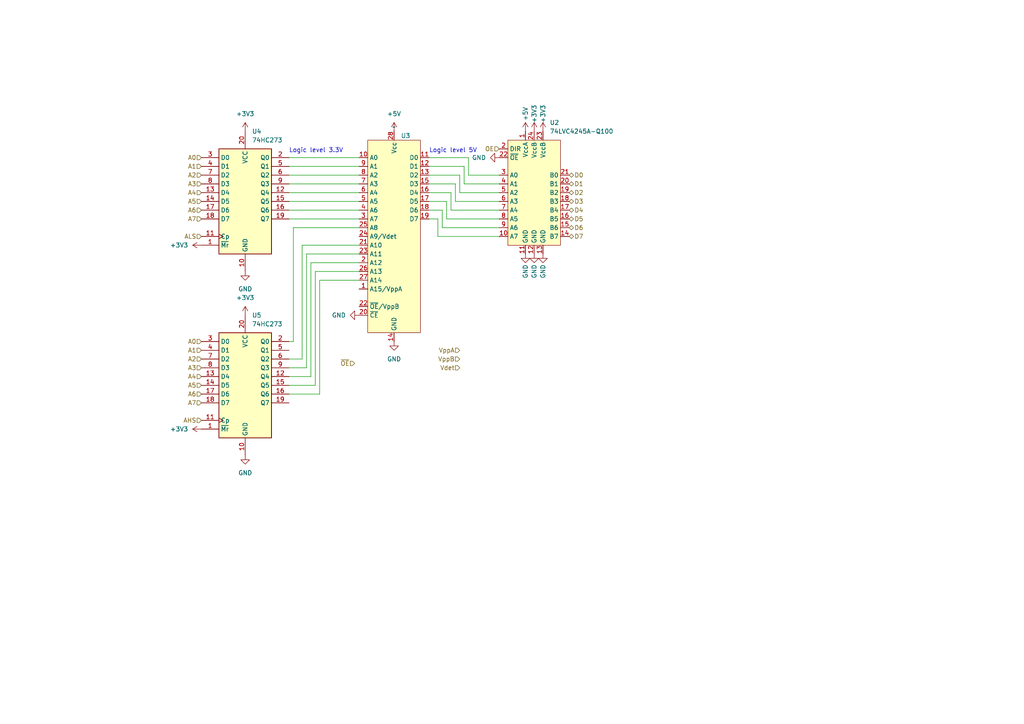
<source format=kicad_sch>
(kicad_sch (version 20230121) (generator eeschema)
  (paper "A4")
  (lib_symbols
    (symbol "74lvc4245a-q100:74LVC4245A-Q100"
      (property "Reference" "U" (at 0 30.48 0))
      (property "Value" "74LVC4245A-Q100" (at 0 30.48 0))
      (symbol "74LVC4245A-Q100_0_1"
        (rectangle (start -7.62 -13.97) (end -7.62 -13.97))
        (rectangle (start -7.62 -13.97) (end -7.62 -13.97))
        (rectangle (start -7.62 -13.97) (end -7.62 -13.97))
      )
      (symbol "74LVC4245A-Q100_1_1"
        (rectangle (start -7.62 16.51) (end 7.62 -13.97) (fill (type background)))
        (pin input line (at -2.54 19.05 270) (length 2.54) (name "VccA") (number "1"))
        (pin bidirectional line (at -10.16 -11.43 0) (length 2.54) (name "A7") (number "10"))
        (pin input line (at -2.54 -16.51 90) (length 2.54) (name "GND") (number "11"))
        (pin input line (at 0 -16.51 90) (length 2.54) (name "GND") (number "12"))
        (pin input line (at 2.54 -16.51 90) (length 2.54) (name "GND") (number "13"))
        (pin bidirectional line (at 10.16 -11.43 180) (length 2.54) (name "B7") (number "14"))
        (pin bidirectional line (at 10.16 -8.89 180) (length 2.54) (name "B6") (number "15"))
        (pin bidirectional line (at 10.16 -6.35 180) (length 2.54) (name "B5") (number "16"))
        (pin bidirectional line (at 10.16 -3.81 180) (length 2.54) (name "B4") (number "17"))
        (pin bidirectional line (at 10.16 -1.27 180) (length 2.54) (name "B3") (number "18"))
        (pin bidirectional line (at 10.16 1.27 180) (length 2.54) (name "B2") (number "19"))
        (pin input line (at -10.16 13.97 0) (length 2.54) (name "DIR") (number "2"))
        (pin bidirectional line (at 10.16 3.81 180) (length 2.54) (name "B1") (number "20"))
        (pin bidirectional line (at 10.16 6.35 180) (length 2.54) (name "B0") (number "21"))
        (pin input line (at -10.16 11.43 0) (length 2.54) (name "~{OE}") (number "22"))
        (pin input line (at 2.54 19.05 270) (length 2.54) (name "VccB") (number "23"))
        (pin input line (at 0 19.05 270) (length 2.54) (name "VccB") (number "24"))
        (pin bidirectional line (at -10.16 6.35 0) (length 2.54) (name "A0") (number "3"))
        (pin bidirectional line (at -10.16 3.81 0) (length 2.54) (name "A1") (number "4"))
        (pin bidirectional line (at -10.16 1.27 0) (length 2.54) (name "A2") (number "5"))
        (pin bidirectional line (at -10.16 -1.27 0) (length 2.54) (name "A3") (number "6"))
        (pin bidirectional line (at -10.16 -3.81 0) (length 2.54) (name "A4") (number "7"))
        (pin bidirectional line (at -10.16 -6.35 0) (length 2.54) (name "A5") (number "8"))
        (pin bidirectional line (at -10.16 -8.89 0) (length 2.54) (name "A6") (number "9"))
      )
    )
    (symbol "74xx:74HC273"
      (property "Reference" "U" (at -7.62 16.51 0))
      (property "Value" "74HC273" (at -7.62 -16.51 0))
      (symbol "74HC273_1_0"
        (pin input line (at -12.7 -12.7 0) (length 5.08) (name "~{Mr}") (number "1"))
        (pin power_in line (at 0 -20.32 90) (length 5.08) (name "GND") (number "10"))
        (pin input clock (at -12.7 -10.16 0) (length 5.08) (name "Cp") (number "11"))
        (pin output line (at 12.7 2.54 180) (length 5.08) (name "Q4") (number "12"))
        (pin input line (at -12.7 2.54 0) (length 5.08) (name "D4") (number "13"))
        (pin input line (at -12.7 0 0) (length 5.08) (name "D5") (number "14"))
        (pin output line (at 12.7 0 180) (length 5.08) (name "Q5") (number "15"))
        (pin output line (at 12.7 -2.54 180) (length 5.08) (name "Q6") (number "16"))
        (pin input line (at -12.7 -2.54 0) (length 5.08) (name "D6") (number "17"))
        (pin input line (at -12.7 -5.08 0) (length 5.08) (name "D7") (number "18"))
        (pin output line (at 12.7 -5.08 180) (length 5.08) (name "Q7") (number "19"))
        (pin output line (at 12.7 12.7 180) (length 5.08) (name "Q0") (number "2"))
        (pin power_in line (at 0 20.32 270) (length 5.08) (name "VCC") (number "20"))
        (pin input line (at -12.7 12.7 0) (length 5.08) (name "D0") (number "3"))
        (pin input line (at -12.7 10.16 0) (length 5.08) (name "D1") (number "4"))
        (pin output line (at 12.7 10.16 180) (length 5.08) (name "Q1") (number "5"))
        (pin output line (at 12.7 7.62 180) (length 5.08) (name "Q2") (number "6"))
        (pin input line (at -12.7 7.62 0) (length 5.08) (name "D2") (number "7"))
        (pin input line (at -12.7 5.08 0) (length 5.08) (name "D3") (number "8"))
        (pin output line (at 12.7 5.08 180) (length 5.08) (name "Q3") (number "9"))
      )
      (symbol "74HC273_1_1"
        (rectangle (start -7.62 15.24) (end 7.62 -15.24) (stroke (width 0.254)) (fill (type background)))
      )
    )
    (symbol "eprom:multi_eprom"
      (property "Reference" "U" (at 2.54 22.86 0))
      (symbol "multi_eprom_1_1"
        (rectangle (start -7.62 21.59) (end 7.62 -34.29) (fill (type background)))
        (pin input line (at -10.16 -21.59 0) (length 2.54) (name "A15/VppA") (number "1"))
        (pin input line (at -10.16 16.51 0) (length 2.54) (name "A0") (number "10"))
        (pin bidirectional line (at 10.16 16.51 180) (length 2.54) (name "D0") (number "11"))
        (pin bidirectional line (at 10.16 13.97 180) (length 2.54) (name "D1") (number "12"))
        (pin bidirectional line (at 10.16 11.43 180) (length 2.54) (name "D2") (number "13"))
        (pin input line (at 0 -36.83 90) (length 2.54) (name "GND") (number "14"))
        (pin bidirectional line (at 10.16 8.89 180) (length 2.54) (name "D3") (number "15"))
        (pin bidirectional line (at 10.16 6.35 180) (length 2.54) (name "D4") (number "16"))
        (pin bidirectional line (at 10.16 3.81 180) (length 2.54) (name "D5") (number "17"))
        (pin bidirectional line (at 10.16 1.27 180) (length 2.54) (name "D6") (number "18"))
        (pin bidirectional line (at 10.16 -1.27 180) (length 2.54) (name "D7") (number "19"))
        (pin input line (at -10.16 -13.97 0) (length 2.54) (name "A12") (number "2"))
        (pin input line (at -10.16 -29.21 0) (length 2.54) (name "~{CE}") (number "20"))
        (pin input line (at -10.16 -8.89 0) (length 2.54) (name "A10") (number "21"))
        (pin input line (at -10.16 -26.67 0) (length 2.54) (name "~{OE}/VppB") (number "22"))
        (pin input line (at -10.16 -11.43 0) (length 2.54) (name "A11") (number "23"))
        (pin input line (at -10.16 -6.35 0) (length 2.54) (name "A9/Vdet") (number "24"))
        (pin input line (at -10.16 -3.81 0) (length 2.54) (name "A8") (number "25"))
        (pin input line (at -10.16 -16.51 0) (length 2.54) (name "A13") (number "26"))
        (pin input line (at -10.16 -19.05 0) (length 2.54) (name "A14") (number "27"))
        (pin input line (at 0 24.13 270) (length 2.54) (name "Vcc") (number "28"))
        (pin input line (at -10.16 -1.27 0) (length 2.54) (name "A7") (number "3"))
        (pin input line (at -10.16 1.27 0) (length 2.54) (name "A6") (number "4"))
        (pin input line (at -10.16 3.81 0) (length 2.54) (name "A5") (number "5"))
        (pin input line (at -10.16 6.35 0) (length 2.54) (name "A4") (number "6"))
        (pin input line (at -10.16 8.89 0) (length 2.54) (name "A3") (number "7"))
        (pin input line (at -10.16 11.43 0) (length 2.54) (name "A2") (number "8"))
        (pin input line (at -10.16 13.97 0) (length 2.54) (name "A1") (number "9"))
      )
    )
    (symbol "power:+3V3" (power) (pin_names (offset 0))
      (property "Value" "+3V3" (at 0 3.556 0))
      (symbol "+3V3_0_1"
        (polyline (pts (xy -0.762 1.27) (xy 0 2.54)))
        (polyline (pts (xy 0 0) (xy 0 2.54)))
        (polyline (pts (xy 0 2.54) (xy 0.762 1.27)))
      )
      (symbol "+3V3_1_1"
        (pin power_in line (at 0 0 90) (length 0) hide (name "+3V3") (number "1"))
      )
    )
    (symbol "power:+5V" (power) (pin_names (offset 0))
      (property "Value" "+5V" (at 0 3.556 0))
      (symbol "+5V_0_1"
        (polyline (pts (xy -0.762 1.27) (xy 0 2.54)))
        (polyline (pts (xy 0 0) (xy 0 2.54)))
        (polyline (pts (xy 0 2.54) (xy 0.762 1.27)))
      )
      (symbol "+5V_1_1"
        (pin power_in line (at 0 0 90) (length 0) hide (name "+5V") (number "1"))
      )
    )
    (symbol "power:GND" (power) (pin_names (offset 0))
      (property "Value" "GND" (at 0 -3.81 0))
      (symbol "GND_0_1"
        (polyline (pts (xy 0 0) (xy 0 -1.27) (xy 1.27 -1.27) (xy 0 -2.54) (xy -1.27 -1.27) (xy 0 -1.27)))
      )
      (symbol "GND_1_1"
        (pin power_in line (at 0 0 270) (length 0) hide (name "GND") (number "1"))
      )
    )
  )
  (wire (pts (xy 92.71 81.28) (xy 104.14 81.28)))
  (wire (pts (xy 83.82 111.76) (xy 91.44 111.76)))
  (wire (pts (xy 90.17 76.2) (xy 104.14 76.2)))
  (wire (pts (xy 83.82 58.42) (xy 104.14 58.42)))
  (wire (pts (xy 144.78 66.04) (xy 128.27 66.04)))
  (wire (pts (xy 124.46 48.26) (xy 134.62 48.26)))
  (wire (pts (xy 83.82 99.06) (xy 85.09 99.06)))
  (wire (pts (xy 144.78 63.5) (xy 129.54 63.5)))
  (wire (pts (xy 124.46 58.42) (xy 129.54 58.42)))
  (wire (pts (xy 124.46 45.72) (xy 135.89 45.72)))
  (wire (pts (xy 124.46 60.96) (xy 128.27 60.96)))
  (wire (pts (xy 144.78 68.58) (xy 127 68.58)))
  (wire (pts (xy 83.82 50.8) (xy 104.14 50.8)))
  (wire (pts (xy 90.17 109.22) (xy 90.17 76.2)))
  (wire (pts (xy 83.82 104.14) (xy 87.63 104.14)))
  (wire (pts (xy 135.89 50.8) (xy 135.89 45.72)))
  (wire (pts (xy 133.35 55.88) (xy 133.35 50.8)))
  (wire (pts (xy 144.78 53.34) (xy 134.62 53.34)))
  (wire (pts (xy 83.82 63.5) (xy 104.14 63.5)))
  (wire (pts (xy 127 68.58) (xy 127 63.5)))
  (wire (pts (xy 132.08 58.42) (xy 132.08 53.34)))
  (wire (pts (xy 83.82 60.96) (xy 104.14 60.96)))
  (wire (pts (xy 85.09 99.06) (xy 85.09 66.04)))
  (wire (pts (xy 88.9 106.68) (xy 88.9 73.66)))
  (wire (pts (xy 83.82 45.72) (xy 104.14 45.72)))
  (wire (pts (xy 144.78 55.88) (xy 133.35 55.88)))
  (wire (pts (xy 88.9 73.66) (xy 104.14 73.66)))
  (wire (pts (xy 124.46 53.34) (xy 132.08 53.34)))
  (wire (pts (xy 83.82 53.34) (xy 104.14 53.34)))
  (wire (pts (xy 129.54 63.5) (xy 129.54 58.42)))
  (wire (pts (xy 144.78 50.8) (xy 135.89 50.8)))
  (wire (pts (xy 144.78 58.42) (xy 132.08 58.42)))
  (wire (pts (xy 128.27 66.04) (xy 128.27 60.96)))
  (wire (pts (xy 85.09 66.04) (xy 104.14 66.04)))
  (wire (pts (xy 124.46 50.8) (xy 133.35 50.8)))
  (wire (pts (xy 83.82 114.3) (xy 92.71 114.3)))
  (wire (pts (xy 91.44 78.74) (xy 104.14 78.74)))
  (wire (pts (xy 87.63 104.14) (xy 87.63 71.12)))
  (wire (pts (xy 91.44 111.76) (xy 91.44 78.74)))
  (wire (pts (xy 127 63.5) (xy 124.46 63.5)))
  (wire (pts (xy 83.82 106.68) (xy 88.9 106.68)))
  (wire (pts (xy 83.82 48.26) (xy 104.14 48.26)))
  (wire (pts (xy 83.82 55.88) (xy 104.14 55.88)))
  (wire (pts (xy 87.63 71.12) (xy 104.14 71.12)))
  (wire (pts (xy 83.82 109.22) (xy 90.17 109.22)))
  (wire (pts (xy 144.78 60.96) (xy 130.81 60.96)))
  (wire (pts (xy 130.81 60.96) (xy 130.81 55.88)))
  (wire (pts (xy 134.62 53.34) (xy 134.62 48.26)))
  (wire (pts (xy 92.71 114.3) (xy 92.71 81.28)))
  (wire (pts (xy 124.46 55.88) (xy 130.81 55.88)))
  (text "Logic level 5V" (at 124.46 44.45 0) (effects (font (size 1.27 1.27)) (justify left bottom)))
  (text "Logic level 3.3V" (at 83.82 44.45 0) (effects (font (size 1.27 1.27)) (justify left bottom)))
  (hierarchical_label "Vdet" (shape input) (at 133.35 106.68 180))
  (hierarchical_label "A1" (shape input) (at 58.42 101.6 180))
  (hierarchical_label "AHS" (shape input) (at 58.42 121.92 180))
  (hierarchical_label "A0" (shape input) (at 58.42 99.06 180))
  (hierarchical_label "ALS" (shape input) (at 58.42 68.58 180))
  (hierarchical_label "A2" (shape input) (at 58.42 104.14 180))
  (hierarchical_label "A3" (shape input) (at 58.42 106.68 180))
  (hierarchical_label "A6" (shape input) (at 58.42 114.3 180))
  (hierarchical_label "A1" (shape input) (at 58.42 48.26 180))
  (hierarchical_label "A7" (shape input) (at 58.42 116.84 180))
  (hierarchical_label "A5" (shape input) (at 58.42 111.76 180))
  (hierarchical_label "A7" (shape input) (at 58.42 63.5 180))
  (hierarchical_label "D5" (shape bidirectional) (at 165.1 63.5 0))
  (hierarchical_label "D1" (shape bidirectional) (at 165.1 53.34 0))
  (hierarchical_label "D3" (shape bidirectional) (at 165.1 58.42 0))
  (hierarchical_label "A3" (shape input) (at 58.42 53.34 180))
  (hierarchical_label "D7" (shape bidirectional) (at 165.1 68.58 0))
  (hierarchical_label "OE" (shape input) (at 144.78 43.18 180))
  (hierarchical_label "A2" (shape input) (at 58.42 50.8 180))
  (hierarchical_label "D6" (shape bidirectional) (at 165.1 66.04 0))
  (hierarchical_label "A4" (shape input) (at 58.42 55.88 180))
  (hierarchical_label "A4" (shape input) (at 58.42 109.22 180))
  (hierarchical_label "A5" (shape input) (at 58.42 58.42 180))
  (hierarchical_label "A6" (shape input) (at 58.42 60.96 180))
  (hierarchical_label "A0" (shape input) (at 58.42 45.72 180))
  (hierarchical_label "D0" (shape bidirectional) (at 165.1 50.8 0))
  (hierarchical_label "VppB" (shape input) (at 133.35 104.14 180))
  (hierarchical_label "D4" (shape bidirectional) (at 165.1 60.96 0))
  (hierarchical_label "~{OE}" (shape input) (at 102.87 105.41 180))
  (hierarchical_label "VppA" (shape input) (at 133.35 101.6 180))
  (hierarchical_label "D2" (shape bidirectional) (at 165.1 55.88 0))
  (symbol (lib_id "power:GND") (at 152.4 73.66 0) (unit 1)
    (property "Reference" "#PWR04" (effects hide))
    (property "Value" "GND" (at 152.4 78.74 90))
    (instances (project "sao_eprom_v2" (path "" (reference "#PWR04") (unit 1)) (path "" (reference "#PWR08") (unit 1))))
  )
  (symbol (lib_id "power:+5V") (at 114.3 38.1 0) (unit 1)
    (property "Reference" "#PWR?" (effects hide))
    (property "Value" "+5V" (at 114.3 33.02 0))
    (instances (project "sao_eprom_v2" (path "" (reference "#PWR?") (unit 1)) (path "" (reference "#PWR02") (unit 1))))
  )
  (symbol (lib_id "power:+3V3") (at 58.42 71.12 90) (unit 1)
    (property "Reference" "#PWR014" (effects hide))
    (property "Value" "+3V3" (at 54.61 71.12 90) (effects (justify left)))
    (instances (project "sao_eprom_v2" (path "" (reference "#PWR014") (unit 1)) (path "" (reference "#PWR07") (unit 1))))
  )
  (symbol (lib_id "power:GND") (at 154.94 73.66 0) (unit 1)
    (property "Reference" "#PWR05" (effects hide))
    (property "Value" "GND" (at 154.94 78.74 90))
    (instances (project "sao_eprom_v2" (path "" (reference "#PWR05") (unit 1)) (path "" (reference "#PWR09") (unit 1))))
  )
  (symbol (lib_id "power:GND") (at 104.14 91.44 270) (unit 1)
    (property "Reference" "#PWR08" (effects hide))
    (property "Value" "GND" (at 100.33 91.44 90) (effects (justify right)))
    (instances (project "sao_eprom_v2" (path "" (reference "#PWR08") (unit 1)) (path "" (reference "#PWR014") (unit 1))))
  )
  (symbol (lib_id "power:GND") (at 144.78 45.72 270) (unit 1)
    (property "Reference" "#PWR07" (effects hide))
    (property "Value" "GND" (at 140.97 45.72 90) (effects (justify right)))
    (instances (project "sao_eprom_v2" (path "" (reference "#PWR07") (unit 1)) (path "" (reference "#PWR06") (unit 1))))
  )
  (symbol (lib_id "74lvc4245a-q100:74LVC4245A-Q100") (at 154.94 57.15 0) (unit 1)
    (property "Reference" "U2" (at 159.4359 35.56 0) (effects (justify left)))
    (property "Value" "74LVC4245A-Q100" (at 159.4359 38.1 0) (effects (justify left)))
    (property "Footprint" "Package_SO:TSSOP-24_4.4x7.8mm_P0.65mm" (effects hide))
    (property "Datasheet" "https://datasheet.lcsc.com/lcsc/2007030233_Nexperia-74LVC4245APW-Q100J_C548801.pdf" (effects hide))
  )
  (symbol (lib_id "74xx:74HC273") (at 71.12 58.42 0) (unit 1)
    (property "Reference" "U4" (at 73.0759 38.1 0) (effects (justify left)))
    (property "Value" "74HC273" (at 73.0759 40.64 0) (effects (justify left)))
    (property "Datasheet" "https://assets.nexperia.com/documents/data-sheet/74HC_HCT273.pdf" (effects hide))
    (instances (project "sao_eprom_v2" (path "" (reference "U4") (unit 1)) (path "" (reference "U3") (unit 1))))
  )
  (symbol (lib_id "power:+3V3") (at 58.42 124.46 90) (unit 1)
    (property "Reference" "#PWR013" (effects hide))
    (property "Value" "+3V3" (at 54.61 124.46 90) (effects (justify left)))
    (instances (project "sao_eprom_v2" (path "" (reference "#PWR013") (unit 1)) (path "" (reference "#PWR016") (unit 1))))
  )
  (symbol (lib_id "power:GND") (at 71.12 132.08 0) (unit 1)
    (property "Reference" "#PWR012" (effects hide))
    (property "Value" "GND" (at 71.12 137.16 0))
    (instances (project "sao_eprom_v2" (path "" (reference "#PWR012") (unit 1)) (path "" (reference "#PWR026") (unit 1))))
  )
  (symbol (lib_id "power:+3V3") (at 71.12 38.1 0) (unit 1)
    (property "Reference" "#PWR011" (effects hide))
    (property "Value" "+3V3" (at 71.12 33.02 0))
    (instances (project "sao_eprom_v2" (path "" (reference "#PWR011") (unit 1)) (path "" (reference "#PWR01") (unit 1))))
  )
  (symbol (lib_id "power:+3V3") (at 71.12 91.44 0) (unit 1)
    (property "Reference" "#PWR016" (effects hide))
    (property "Value" "+3V3" (at 71.12 86.36 0))
    (instances (project "sao_eprom_v2" (path "" (reference "#PWR016") (unit 1)) (path "" (reference "#PWR013") (unit 1))))
  )
  (symbol (lib_id "74xx:74HC273") (at 71.12 111.76 0) (unit 1)
    (property "Reference" "U5" (at 73.0759 91.44 0) (effects (justify left)))
    (property "Value" "74HC273" (at 73.0759 93.98 0) (effects (justify left)))
    (property "Datasheet" "https://assets.nexperia.com/documents/data-sheet/74HC_HCT273.pdf" (effects hide))
  )
  (symbol (lib_id "power:+3V3") (at 157.48 38.1 0) (unit 1)
    (property "Reference" "#PWR02" (effects hide))
    (property "Value" "+3V3" (at 157.48 33.02 90))
    (instances (project "sao_eprom_v2" (path "" (reference "#PWR02") (unit 1)) (path "" (reference "#PWR05") (unit 1))))
  )
  (symbol (lib_id "power:GND") (at 157.48 73.66 0) (unit 1)
    (property "Reference" "#PWR06" (effects hide))
    (property "Value" "GND" (at 157.48 78.74 90))
    (instances (project "sao_eprom_v2" (path "" (reference "#PWR06") (unit 1)) (path "" (reference "#PWR011") (unit 1))))
  )
  (symbol (lib_id "power:GND") (at 71.12 78.74 0) (unit 1)
    (property "Reference" "#PWR015" (effects hide))
    (property "Value" "GND" (at 71.12 83.82 0))
    (instances (project "sao_eprom_v2" (path "" (reference "#PWR015") (unit 1)) (path "" (reference "#PWR012") (unit 1))))
  )
  (symbol (lib_id "power:+3V3") (at 154.94 38.1 0) (unit 1)
    (property "Reference" "#PWR01" (effects hide))
    (property "Value" "+3V3" (at 154.94 33.02 90))
    (instances (project "sao_eprom_v2" (path "" (reference "#PWR01") (unit 1)) (path "" (reference "#PWR04") (unit 1))))
  )
  (symbol (lib_id "power:GND") (at 114.3 99.06 0) (unit 1)
    (property "Reference" "#PWR?" (effects hide))
    (property "Value" "GND" (at 114.3 104.14 0))
    (instances (project "sao_eprom_v2" (path "" (reference "#PWR?") (unit 1)) (path "" (reference "#PWR015") (unit 1))))
  )
  (symbol (lib_id "eprom:multi_eprom") (at 114.3 62.23 0) (unit 1)
    (property "Reference" "U3" (at 116.2559 39.37 0) (effects (justify left)))
    (property "Value" "~" (at 114.3 36.83 0))
    (instances (project "sao_eprom_v2" (path "" (reference "U3") (unit 1)) (path "" (reference "U4") (unit 1))))
  )
  (symbol (lib_id "power:+5V") (at 152.4 38.1 0) (unit 1)
    (property "Reference" "#PWR03" (effects hide))
    (property "Value" "+5V" (at 152.4 33.02 90))
  )
)
</source>
